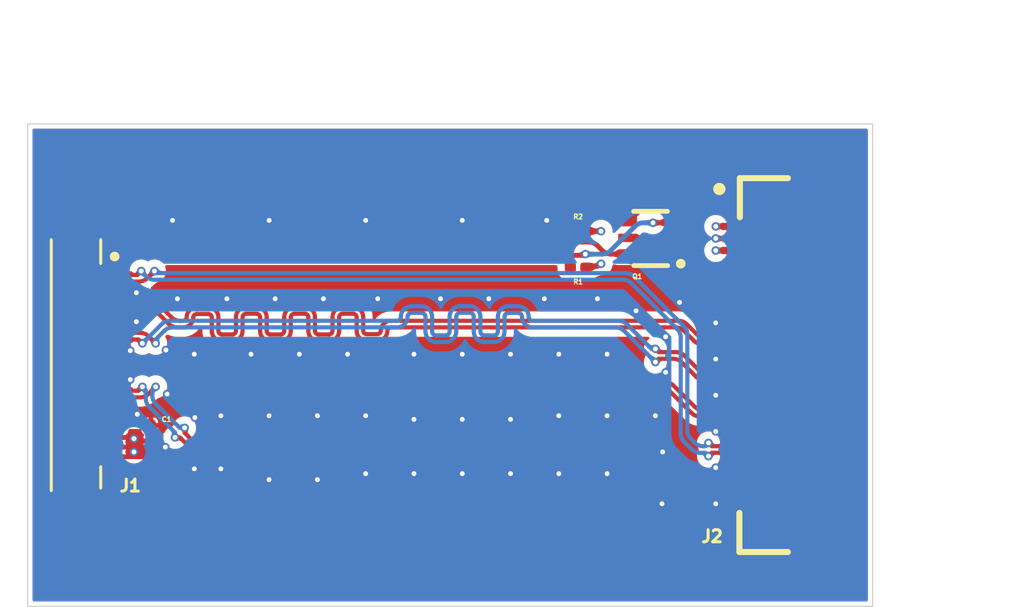
<source format=kicad_pcb>
(kicad_pcb (version 20241229) (generator "pcbnew") (generator_version "9.0")
  (title_block (title "HDZero Camera to Sipeed Board MIPI adapter") (date "2025-07-11") (company "Sigma Logic"))
  (layers (0 "F.Cu" signal) (4 "In1.Cu" signal) (6 "In2.Cu" signal) (2 "B.Cu" signal) (13 "F.Paste" user) (15 "B.Paste" user) (5 "F.SilkS" user "F.Silkscreen") (7 "B.SilkS" user "B.Silkscreen") (1 "F.Mask" user) (3 "B.Mask" user) (25 "Edge.Cuts" user))
  (net 0 "")
  (net 1 "+3V3")
  (net 2 "GND")
  (net 3 "/MIPI_D2-")
  (net 4 "/MIPI_D3-")
  (net 5 "/MIPI_D1-")
  (net 6 "/MIPI_D3+")
  (net 7 "/MIPI_D0-")
  (net 8 "/MIPI_D2+")
  (net 9 "/MIPI_D1+")
  (net 10 "/SDA_3V3")
  (net 11 "/SCL_3V3")
  (net 12 "/MIPI_CK+")
  (net 13 "/MIPI_D0+")
  (net 14 "/MIPI_CK-")
  (net 15 "/PROG")
  (net 18 "/SDA_1V8")
  (net 19 "+1V8")
  (net 20 "/SCL_1V8")
  (footprint "EasyEDA:FPC-SMD_24P-P0.50_FPC-05FB-24PH20" (layer "F.Cu") (at 111 70 90)
    (property "Reference" "J2")
    (property "Value" "FPC-05FB-24PH20")
  )
  (footprint "EasyEDA:SC-70-6_L2.2-W1.3-P0.65-LS2.1-TL" (layer "F.Cu") (at 105.8 64.725 180)
    (property "Reference" "Q1")
    (property "Value" "BSS138DW-7-F")
  )
  (footprint "Resistor_SMD:R_0201_0603Metric" (layer "F.Cu") (at 102.8 64.45)
    (property "Reference" "R2")
    (property "Value" "5k1")
  )
  (footprint "Resistor_SMD:R_0201_0603Metric" (layer "F.Cu") (at 102.8 65.95)
    (property "Reference" "R1")
    (property "Value" "5k1")
  )
  (footprint "Capacitor_SMD:C_0201_0603Metric" (layer "F.Cu") (at 85.1 72.82 90)
    (property "Reference" "C1")
    (property "Value" "1u")
  )
  (footprint "Snapeda:20374-R20E-31_I-PEX_20374-R20E-31" (layer "F.Cu") (at 82 70 -90)
    (property "Reference" "J1")
    (property "Value" "20374-R20E-31")
  )
  (gr_rect (start 80 60) (end 115 80) (stroke (width 0.05)) (fill no) (layer "Edge.Cuts"))
  (segment (start 109.38 64.25) (end 108.5 64.25) (width 0.2) (layer "F.Cu") (net 1))
  (segment (start 109.38 65.25) (end 108.5 65.25) (width 0.2) (layer "F.Cu") (net 1))
  (segment (start 103.75 65.75) (end 103.6 65.9) (width 0.2) (layer "F.Cu") (net 1))
  (segment (start 103.6 65.9) (end 103.17 65.9) (width 0.2) (layer "F.Cu") (net 1))
  (segment (start 103.12 64.45) (end 103.75 64.45) (width 0.2) (layer "F.Cu") (net 1))
  (segment (start 103.17 65.9) (end 103.12 65.95) (width 0.2) (layer "F.Cu") (net 1))
  (via (at 84.4 73.6) (size 0.35) (drill 0.2) (layers "F.Cu" "B.Cu") (net 1))
  (via (at 103.75 65.8) (size 0.35) (drill 0.2) (layers "F.Cu" "B.Cu") (net 1))
  (via (at 103.75 64.45) (size 0.35) (drill 0.2) (layers "F.Cu" "B.Cu") (net 1))
  (via (at 108.5 65.25) (size 0.35) (drill 0.2) (layers "F.Cu" "B.Cu") (net 1))
  (via (at 108.5 64.25) (size 0.35) (drill 0.2) (layers "F.Cu" "B.Cu") (net 1))
  (via (at 84.4 73.05) (size 0.35) (drill 0.2) (layers "F.Cu" "B.Cu") (net 1))
  (segment (start 83.37 68.2) (end 84.5 68.2) (width 0.2) (layer "F.Cu") (net 2))
  (segment (start 109.38 72.75) (end 108.5 72.75) (width 0.2) (layer "F.Cu") (net 2))
  (segment (start 109.38 68.25) (end 108.5 68.25) (width 0.2) (layer "F.Cu") (net 2))
  (segment (start 83.37 69.4) (end 84.25 69.4) (width 0.2) (layer "F.Cu") (net 2))
  (segment (start 109.38 74.25) (end 108.5 74.25) (width 0.2) (layer "F.Cu") (net 2))
  (segment (start 83.37 70.6) (end 84.25 70.6) (width 0.2) (layer "F.Cu") (net 2))
  (segment (start 109.38 71.25) (end 108.5 71.25) (width 0.2) (layer "F.Cu") (net 2))
  (segment (start 83.37 67) (end 84.5 67) (width 0.2) (layer "F.Cu") (net 2))
  (segment (start 109.38 69.75) (end 108.5 69.75) (width 0.2) (layer "F.Cu") (net 2))
  (segment (start 109.38 75.75) (end 108.5 75.75) (width 0.2) (layer "F.Cu") (net 2))
  (segment (start 109.38 64.75) (end 108.5 64.75) (width 0.2) (layer "F.Cu") (net 2))
  (via (at 100 72.25) (size 0.35) (drill 0.2) (layers "F.Cu" "B.Cu") (net 2))
  (via (at 105.2 67.75) (size 0.35) (drill 0.2) (layers "F.Cu" "B.Cu") (net 2))
  (via (at 108.5 72.75) (size 0.35) (drill 0.2) (layers "F.Cu" "B.Cu") (net 2))
  (via (at 108.5 68.25) (size 0.35) (drill 0.2) (layers "F.Cu" "B.Cu") (net 2))
  (via (at 85.7 73.4) (size 0.35) (drill 0.2) (layers "F.Cu" "B.Cu") (net 2))
  (via (at 90 74.75) (size 0.35) (drill 0.2) (layers "F.Cu" "B.Cu") (net 2))
  (via (at 98 69.55) (size 0.35) (drill 0.2) (layers "F.Cu" "B.Cu") (net 2))
  (via (at 104 74.5) (size 0.35) (drill 0.2) (layers "F.Cu" "B.Cu") (net 2))
  (via (at 90 72.1) (size 0.35) (drill 0.2) (layers "F.Cu" "B.Cu") (net 2))
  (via (at 90 64) (size 0.35) (drill 0.2) (layers "F.Cu" "B.Cu") (net 2))
  (via (at 108.5 75.75) (size 0.35) (drill 0.2) (layers "F.Cu" "B.Cu") (net 2))
  (via (at 94.5 67.25) (size 0.35) (drill 0.2) (layers "F.Cu" "B.Cu") (net 2))
  (via (at 106.425 68.825) (size 0.35) (drill 0.2) (layers "F.Cu" "B.Cu") (net 2))
  (via (at 108.5 64.75) (size 0.35) (drill 0.2) (layers "F.Cu" "B.Cu") (net 2))
  (via (at 94 74.5) (size 0.35) (drill 0.2) (layers "F.Cu" "B.Cu") (net 2))
  (via (at 106 72.1) (size 0.35) (drill 0.2) (layers "F.Cu" "B.Cu") (net 2))
  (via (at 88 72.1) (size 0.35) (drill 0.2) (layers "F.Cu" "B.Cu") (net 2))
  (via (at 106.425 70.3) (size 0.35) (drill 0.2) (layers "F.Cu" "B.Cu") (net 2))
  (via (at 98 72.25) (size 0.35) (drill 0.2) (layers "F.Cu" "B.Cu") (net 2))
  (via (at 93.25 69.55) (size 0.35) (drill 0.2) (layers "F.Cu" "B.Cu") (net 2))
  (via (at 96 74.5) (size 0.35) (drill 0.2) (layers "F.Cu" "B.Cu") (net 2))
  (via (at 86 64) (size 0.35) (drill 0.2) (layers "F.Cu" "B.Cu") (net 2))
  (via (at 102 69.55) (size 0.35) (drill 0.2) (layers "F.Cu" "B.Cu") (net 2))
  (via (at 84.25 69.4) (size 0.35) (drill 0.2) (layers "F.Cu" "B.Cu") (net 2))
  (via (at 92 74.75) (size 0.35) (drill 0.2) (layers "F.Cu" "B.Cu") (net 2))
  (via (at 101.4 67.25) (size 0.35) (drill 0.2) (layers "F.Cu" "B.Cu") (net 2))
  (via (at 85.775 71.2) (size 0.35) (drill 0.2) (layers "F.Cu" "B.Cu") (net 2))
  (via (at 107 67.4) (size 0.35) (drill 0.2) (layers "F.Cu" "B.Cu") (net 2))
  (via (at 98 64) (size 0.35) (drill 0.2) (layers "F.Cu" "B.Cu") (net 2))
  (via (at 99.1 67.25) (size 0.35) (drill 0.2) (layers "F.Cu" "B.Cu") (net 2))
  (via (at 103.6 67.25) (size 0.35) (drill 0.2) (layers "F.Cu" "B.Cu") (net 2))
  (via (at 84.5 67) (size 0.35) (drill 0.2) (layers "F.Cu" "B.Cu") (net 2))
  (via (at 88.25 67.25) (size 0.35) (drill 0.2) (layers "F.Cu" "B.Cu") (net 2))
  (via (at 91.25 69.55) (size 0.35) (drill 0.2) (layers "F.Cu" "B.Cu") (net 2))
  (via (at 108.5 71.25) (size 0.35) (drill 0.2) (layers "F.Cu" "B.Cu") (net 2))
  (via (at 101.5 64) (size 0.35) (drill 0.2) (layers "F.Cu" "B.Cu") (net 2))
  (via (at 98 74.5) (size 0.35) (drill 0.2) (layers "F.Cu" "B.Cu") (net 2))
  (via (at 84.54 72.04) (size 0.35) (drill 0.2) (layers "F.Cu" "B.Cu") (net 2))
  (via (at 86.9 74.3) (size 0.35) (drill 0.2) (layers "F.Cu" "B.Cu") (net 2))
  (via (at 106.275 75.75) (size 0.35) (drill 0.2) (layers "F.Cu" "B.Cu") (net 2))
  (via (at 92.25 67.25) (size 0.35) (drill 0.2) (layers "F.Cu" "B.Cu") (net 2))
  (via (at 86.925 72.175) (size 0.35) (drill 0.2) (layers "F.Cu" "B.Cu") (net 2))
  (via (at 89.25 69.55) (size 0.35) (drill 0.2) (layers "F.Cu" "B.Cu") (net 2))
  (via (at 97.1 67.25) (size 0.35) (drill 0.2) (layers "F.Cu" "B.Cu") (net 2))
  (via (at 104 72.1) (size 0.35) (drill 0.2) (layers "F.Cu" "B.Cu") (net 2))
  (via (at 86.2 67.25) (size 0.35) (drill 0.2) (layers "F.Cu" "B.Cu") (net 2))
  (via (at 84.25 70.6) (size 0.35) (drill 0.2) (layers "F.Cu" "B.Cu") (net 2))
  (via (at 94 72.1) (size 0.35) (drill 0.2) (layers "F.Cu" "B.Cu") (net 2))
  (via (at 96 69.55) (size 0.35) (drill 0.2) (layers "F.Cu" "B.Cu") (net 2))
  (via (at 102 72.1) (size 0.35) (drill 0.2) (layers "F.Cu" "B.Cu") (net 2))
  (via (at 108.5 74.25) (size 0.35) (drill 0.2) (layers "F.Cu" "B.Cu") (net 2))
  (via (at 85.725 69.375) (size 0.35) (drill 0.2) (layers "F.Cu" "B.Cu") (net 2))
  (via (at 100 69.55) (size 0.35) (drill 0.2) (layers "F.Cu" "B.Cu") (net 2))
  (via (at 100 74.5) (size 0.35) (drill 0.2) (layers "F.Cu" "B.Cu") (net 2))
  (via (at 102 74.5) (size 0.35) (drill 0.2) (layers "F.Cu" "B.Cu") (net 2))
  (via (at 104 69.55) (size 0.35) (drill 0.2) (layers "F.Cu" "B.Cu") (net 2))
  (via (at 90.25 67.25) (size 0.35) (drill 0.2) (layers "F.Cu" "B.Cu") (net 2))
  (via (at 88 74.3) (size 0.35) (drill 0.2) (layers "F.Cu" "B.Cu") (net 2))
  (via (at 108.5 69.75) (size 0.35) (drill 0.2) (layers "F.Cu" "B.Cu") (net 2))
  (via (at 84.5 68.2) (size 0.35) (drill 0.2) (layers "F.Cu" "B.Cu") (net 2))
  (via (at 86.9 69.55) (size 0.35) (drill 0.2) (layers "F.Cu" "B.Cu") (net 2))
  (via (at 94 64) (size 0.35) (drill 0.2) (layers "F.Cu" "B.Cu") (net 2))
  (via (at 96 72.25) (size 0.35) (drill 0.2) (layers "F.Cu" "B.Cu") (net 2))
  (via (at 106.3 73.6) (size 0.35) (drill 0.2) (layers "F.Cu" "B.Cu") (net 2))
  (via (at 92 72.1) (size 0.35) (drill 0.2) (layers "F.Cu" "B.Cu") (net 2))
  (segment (start 84.270001 68.6) (end 84.332951 68.66295) (width 0.1725) (layer "F.Cu") (net 3))
  (segment (start 83.37 68.6) (end 84.270001 68.6) (width 0.1725) (layer "F.Cu") (net 3))
  (segment (start 84.332951 68.66295) (end 84.655843 68.66295) (width 0.1725) (layer "F.Cu") (net 3))
  (segment (start 107.696785 70.490603) (end 107.089678 69.883496) (width 0.1725) (layer "F.Cu") (net 3))
  (segment (start 85.009397 68.809397) (end 85.3 69.1) (width 0.1725) (layer "F.Cu") (net 3))
  (segment (start 108.367049 70.63705) (end 108.050339 70.63705) (width 0.1725) (layer "F.Cu") (net 3))
  (segment (start 106.736125 69.73705) (end 106.13795 69.73705) (width 0.1725) (layer "F.Cu") (net 3))
  (segment (start 106.13795 69.73705) (end 106 69.875) (width 0.1725) (layer "F.Cu") (net 3))
  (segment (start 109.38 70.75) (end 108.479999 70.75) (width 0.1725) (layer "F.Cu") (net 3))
  (segment (start 108.479999 70.75) (end 108.367049 70.63705) (width 0.1725) (layer "F.Cu") (net 3))
  (via (at 106 69.875) (size 0.35) (drill 0.2) (layers "F.Cu" "B.Cu") (net 3))
  (via (at 85.3 69.1) (size 0.35) (drill 0.2) (layers "F.Cu" "B.Cu") (net 3))
  (arc (start 107.696785 70.490603) (mid 107.858997 70.59899) (end 108.050339 70.63705) (width 0.1725) (layer "F.Cu") (net 3))
  (arc (start 85.009397 68.809397) (mid 84.847185 68.70101) (end 84.655843 68.66295) (width 0.1725) (layer "F.Cu") (net 3))
  (arc (start 106.736125 69.73705) (mid 106.927466 69.77511) (end 107.089678 69.883496) (width 0.1725) (layer "F.Cu") (net 3))
  (segment (start 95.295288 68.43705) (end 86.007693 68.43705) (width 0.1725) (layer "B.Cu") (net 3))
  (segment (start 100.91495 68.43705) (end 101.295288 68.43705) (width 0.1725) (layer "B.Cu") (net 3))
  (segment (start 95.897174 67.835164) (end 96.31312 67.835164) (width 0.1725) (layer "B.Cu") (net 3))
  (segment (start 96.476513 68.43705) (end 96.476513 68.602855) (width 0.1725) (layer "B.Cu") (net 3))
  (segment (start 98.476513 67.996145) (end 98.476513 68.16195) (width 0.1725) (layer "B.Cu") (net 3))
  (segment (start 99.91495 67.835276) (end 100.313176 67.835276) (width 0.1725) (layer "B.Cu") (net 3))
  (segment (start 99.751613 68.136163) (end 99.751613 67.998613) (width 0.1725) (layer "B.Cu") (net 3))
  (segment (start 85.3 68.937636) (end 85.3 69.1) (width 0.1725) (layer "B.Cu") (net 3))
  (segment (start 85.654139 68.583497) (end 85.3 68.937636) (width 0.1725) (layer "B.Cu") (net 3))
  (segment (start 96.476513 68.16195) (end 96.476513 68.43705) (width 0.1725) (layer "B.Cu") (net 3))
  (segment (start 104.708497 68.583497) (end 106 69.875) (width 0.1725) (layer "B.Cu") (net 3))
  (segment (start 101.295288 68.43705) (end 102.31 68.43705) (width 0.1725) (layer "B.Cu") (net 3))
  (segment (start 97.751613 68.43705) (end 97.751613 68.16195) (width 0.1725) (layer "B.Cu") (net 3))
  (segment (start 99.751613 68.43705) (end 99.751613 68.136163) (width 0.1725) (layer "B.Cu") (net 3))
  (segment (start 96.476513 67.998557) (end 96.476513 68.16195) (width 0.1725) (layer "B.Cu") (net 3))
  (segment (start 105.985952 69.875) (end 106 69.875) (width 0.1725) (layer "B.Cu") (net 3))
  (segment (start 98.476513 68.16195) (end 98.476513 68.43705) (width 0.1725) (layer "B.Cu") (net 3))
  (segment (start 96.917418 69.04376) (end 97.310708 69.04376) (width 0.1725) (layer "B.Cu") (net 3))
  (segment (start 99.751613 68.602849) (end 99.751613 68.43705) (width 0.1725) (layer "B.Cu") (net 3))
  (segment (start 97.917418 67.83034) (end 98.310708 67.83034) (width 0.1725) (layer "B.Cu") (net 3))
  (segment (start 98.917412 69.043748) (end 99.310714 69.043748) (width 0.1725) (layer "B.Cu") (net 3))
  (segment (start 98.476513 68.43705) (end 98.476513 68.602849) (width 0.1725) (layer "B.Cu") (net 3))
  (segment (start 97.751613 68.16195) (end 97.751613 67.996145) (width 0.1725) (layer "B.Cu") (net 3))
  (segment (start 102.31 68.43705) (end 104.354943 68.43705) (width 0.1725) (layer "B.Cu") (net 3))
  (segment (start 97.751613 68.602855) (end 97.751613 68.43705) (width 0.1725) (layer "B.Cu") (net 3))
  (arc (start 95.295288 68.43705) (mid 95.605349 68.308618) (end 95.733781 67.998557) (width 0.1725) (layer "B.Cu") (net 3))
  (arc (start 99.751613 67.998613) (mid 99.799453 67.883116) (end 99.91495 67.835276) (width 0.1725) (layer "B.Cu") (net 3))
  (arc (start 99.310714 69.043748) (mid 99.622477 68.914612) (end 99.751613 68.602849) (width 0.1725) (layer "B.Cu") (net 3))
  (arc (start 86.007693 68.43705) (mid 85.816351 68.47511) (end 85.654139 68.583497) (width 0.1725) (layer "B.Cu") (net 3))
  (arc (start 100.476513 67.998613) (mid 100.604928 68.308635) (end 100.91495 68.43705) (width 0.1725) (layer "B.Cu") (net 3))
  (arc (start 96.476513 68.602855) (mid 96.605651 68.914622) (end 96.917418 69.04376) (width 0.1725) (layer "B.Cu") (net 3))
  (arc (start 97.751613 67.996145) (mid 97.800176 67.878903) (end 97.917418 67.83034) (width 0.1725) (layer "B.Cu") (net 3))
  (arc (start 95.733781 67.998557) (mid 95.781638 67.883021) (end 95.897174 67.835164) (width 0.1725) (layer "B.Cu") (net 3))
  (arc (start 100.313176 67.835276) (mid 100.428673 67.883116) (end 100.476513 67.998613) (width 0.1725) (layer "B.Cu") (net 3))
  (arc (start 96.31312 67.835164) (mid 96.428656 67.883021) (end 96.476513 67.998557) (width 0.1725) (layer "B.Cu") (net 3))
  (arc (start 98.476513 68.602849) (mid 98.605649 68.914612) (end 98.917412 69.043748) (width 0.1725) (layer "B.Cu") (net 3))
  (arc (start 104.354943 68.43705) (mid 104.546285 68.47511) (end 104.708497 68.583497) (width 0.1725) (layer "B.Cu") (net 3))
  (arc (start 97.310708 69.04376) (mid 97.622475 68.914622) (end 97.751613 68.602855) (width 0.1725) (layer "B.Cu") (net 3))
  (arc (start 98.310708 67.83034) (mid 98.42795 67.878903) (end 98.476513 67.996145) (width 0.1725) (layer "B.Cu") (net 3))
  (segment (start 84.332951 67.73705) (end 85.079357 67.73705) (width 0.1725) (layer "F.Cu") (net 4))
  (segment (start 91.625046 68.43705) (end 91.625046 68.582769) (width 0.1725) (layer "F.Cu") (net 4))
  (segment (start 98.137033 68.43705) (end 99.887033 68.43705) (width 0.1725) (layer "F.Cu") (net 4))
  (segment (start 90.044865 69.002588) (end 90.479327 69.002588) (width 0.1725) (layer "F.Cu") (net 4))
  (segment (start 86.312474 68.43705) (end 86.443571 68.43705) (width 0.1725) (layer "F.Cu") (net 4))
  (segment (start 90.899146 68.582769) (end 90.899146 68.43705) (width 0.1725) (layer "F.Cu") (net 4))
  (segment (start 90.899146 68.16295) (end 90.899146 68.017243) (width 0.1725) (layer "F.Cu") (net 4))
  (segment (start 88.899146 68.16295) (end 88.899146 68.017231) (width 0.1725) (layer "F.Cu") (net 4))
  (segment (start 91.625046 68.017243) (end 91.625046 68.16295) (width 0.1725) (layer "F.Cu") (net 4))
  (segment (start 86.997763 67.882858) (end 87.485 67.882858) (width 0.1725) (layer "F.Cu") (net 4))
  (segment (start 86.193571 68.43705) (end 86.312474 68.43705) (width 0.1725) (layer "F.Cu") (net 4))
  (segment (start 91.044853 67.871536) (end 91.479339 67.871536) (width 0.1725) (layer "F.Cu") (net 4))
  (segment (start 93.625046 68.440057) (end 93.625046 68.577107) (width 0.1725) (layer "F.Cu") (net 4))
  (segment (start 89.044865 67.871512) (end 89.479327 67.871512) (width 0.1725) (layer "F.Cu") (net 4))
  (segment (start 92.899146 68.582769) (end 92.899146 68.43705) (width 0.1725) (layer "F.Cu") (net 4))
  (segment (start 93.625046 68.017243) (end 93.625046 68.16295) (width 0.1725) (layer "F.Cu") (net 4))
  (segment (start 89.625046 68.16295) (end 89.625046 68.43705) (width 0.1725) (layer "F.Cu") (net 4))
  (segment (start 93.625046 68.16295) (end 93.625046 68.440057) (width 0.1725) (layer "F.Cu") (net 4))
  (segment (start 88.899146 68.582769) (end 88.899146 68.43705) (width 0.1725) (layer "F.Cu") (net 4))
  (segment (start 84.270001 67.8) (end 84.332951 67.73705) (width 0.1725) (layer "F.Cu") (net 4))
  (segment (start 87.625046 68.43705) (end 87.625046 68.582769) (width 0.1725) (layer "F.Cu") (net 4))
  (segment (start 88.899146 68.43705) (end 88.899146 68.16295) (width 0.1725) (layer "F.Cu") (net 4))
  (segment (start 88.044865 69.002588) (end 88.479327 69.002588) (width 0.1725) (layer "F.Cu") (net 4))
  (segment (start 87.625046 68.022904) (end 87.625046 68.16295) (width 0.1725) (layer "F.Cu") (net 4))
  (segment (start 107.950339 69.13705) (end 108.367049 69.13705) (width 0.1725) (layer "F.Cu") (net 4))
  (segment (start 95.039203 68.43705) (end 95.443571 68.43705) (width 0.1725) (layer "F.Cu") (net 4))
  (segment (start 83.37 67.8) (end 84.270001 67.8) (width 0.1725) (layer "F.Cu") (net 4))
  (segment (start 107.189679 68.583497) (end 107.596786 68.990604) (width 0.1725) (layer "F.Cu") (net 4))
  (segment (start 99.887033 68.43705) (end 106.836125 68.43705) (width 0.1725) (layer "F.Cu") (net 4))
  (segment (start 91.625046 68.16295) (end 91.625046 68.43705) (width 0.1725) (layer "F.Cu") (net 4))
  (segment (start 95.443571 68.43705) (end 98.137033 68.43705) (width 0.1725) (layer "F.Cu") (net 4))
  (segment (start 89.625046 68.43705) (end 89.625046 68.582769) (width 0.1725) (layer "F.Cu") (net 4))
  (segment (start 87.625046 68.16295) (end 87.625046 68.43705) (width 0.1725) (layer "F.Cu") (net 4))
  (segment (start 92.899146 68.43705) (end 92.899146 68.16295) (width 0.1725) (layer "F.Cu") (net 4))
  (segment (start 93.044853 67.871536) (end 93.479339 67.871536) (width 0.1725) (layer "F.Cu") (net 4))
  (segment (start 92.044865 69.002588) (end 92.479327 69.002588) (width 0.1725) (layer "F.Cu") (net 4))
  (segment (start 90.899146 68.43705) (end 90.899146 68.16295) (width 0.1725) (layer "F.Cu") (net 4))
  (segment (start 108.367049 69.13705) (end 108.479999 69.25) (width 0.1725) (layer "F.Cu") (net 4))
  (segment (start 108.479999 69.25) (end 109.38 69.25) (width 0.1725) (layer "F.Cu") (net 4))
  (segment (start 94.039203 68.991264) (end 94.484989 68.991264) (width 0.1725) (layer "F.Cu") (net 4))
  (segment (start 89.625046 68.017231) (end 89.625046 68.16295) (width 0.1725) (layer "F.Cu") (net 4))
  (segment (start 85.432911 67.883497) (end 85.840018 68.290604) (width 0.1725) (layer "F.Cu") (net 4))
  (segment (start 92.899146 68.16295) (end 92.899146 68.017243) (width 0.1725) (layer "F.Cu") (net 4))
  (arc (start 94.484989 68.991264) (mid 94.777842 68.86996) (end 94.899146 68.577107) (width 0.1725) (layer "F.Cu") (net 4))
  (arc (start 87.485 67.882858) (mid 87.584027 67.923877) (end 87.625046 68.022904) (width 0.1725) (layer "F.Cu") (net 4))
  (arc (start 91.479339 67.871536) (mid 91.582369 67.914213) (end 91.625046 68.017243) (width 0.1725) (layer "F.Cu") (net 4))
  (arc (start 106.836125 68.43705) (mid 107.027467 68.47511) (end 107.189679 68.583497) (width 0.1725) (layer "F.Cu") (net 4))
  (arc (start 89.625046 68.582769) (mid 89.748008 68.879626) (end 90.044865 69.002588) (width 0.1725) (layer "F.Cu") (net 4))
  (arc (start 85.079357 67.73705) (mid 85.270699 67.77511) (end 85.432911 67.883497) (width 0.1725) (layer "F.Cu") (net 4))
  (arc (start 90.899146 68.017243) (mid 90.941823 67.914213) (end 91.044853 67.871536) (width 0.1725) (layer "F.Cu") (net 4))
  (arc (start 86.443571 68.43705) (mid 86.736416 68.315749) (end 86.857717 68.022904) (width 0.1725) (layer "F.Cu") (net 4))
  (arc (start 89.479327 67.871512) (mid 89.582366 67.914192) (end 89.625046 68.017231) (width 0.1725) (layer "F.Cu") (net 4))
  (arc (start 87.625046 68.582769) (mid 87.748008 68.879626) (end 88.044865 69.002588) (width 0.1725) (layer "F.Cu") (net 4))
  (arc (start 88.479327 69.002588) (mid 88.776184 68.879626) (end 88.899146 68.582769) (width 0.1725) (layer "F.Cu") (net 4))
  (arc (start 88.899146 68.017231) (mid 88.941826 67.914192) (end 89.044865 67.871512) (width 0.1725) (layer "F.Cu") (net 4))
  (arc (start 85.840018 68.290604) (mid 86.00223 68.39899) (end 86.193571 68.43705) (width 0.1725) (layer "F.Cu") (net 4))
  (arc (start 107.596786 68.990604) (mid 107.758998 69.09899) (end 107.950339 69.13705) (width 0.1725) (layer "F.Cu") (net 4))
  (arc (start 94.899146 68.577107) (mid 94.940168 68.478072) (end 95.039203 68.43705) (width 0.1725) (layer "F.Cu") (net 4))
  (arc (start 86.857717 68.022904) (mid 86.898736 67.923877) (end 86.997763 67.882858) (width 0.1725) (layer "F.Cu") (net 4))
  (arc (start 92.899146 68.017243) (mid 92.941823 67.914213) (end 93.044853 67.871536) (width 0.1725) (layer "F.Cu") (net 4))
  (arc (start 93.479339 67.871536) (mid 93.582369 67.914213) (end 93.625046 68.017243) (width 0.1725) (layer "F.Cu") (net 4))
  (arc (start 92.479327 69.002588) (mid 92.776184 68.879626) (end 92.899146 68.582769) (width 0.1725) (layer "F.Cu") (net 4))
  (arc (start 91.625046 68.582769) (mid 91.748008 68.879626) (end 92.044865 69.002588) (width 0.1725) (layer "F.Cu") (net 4))
  (arc (start 93.625046 68.577107) (mid 93.74635 68.86996) (end 94.039203 68.991264) (width 0.1725) (layer "F.Cu") (net 4))
  (arc (start 90.479327 69.002588) (mid 90.776184 68.879626) (end 90.899146 68.582769) (width 0.1725) (layer "F.Cu") (net 4))
  (segment (start 90.659282 73.43705) (end 90.659282 73.16295) (width 0.1725) (layer "F.Cu") (net 5))
  (segment (start 89.385182 72.987346) (end 89.385182 73.16295) (width 0.1725) (layer "F.Cu") (net 5))
  (segment (start 93.203707 73.43705) (end 93.7 73.43705) (width 0.1725) (layer "F.Cu") (net 5))
  (segment (start 84.270001 71) (end 84.332951 71.06295) (width 0.1725) (layer "F.Cu") (net 5))
  (segment (start 91.385182 72.986532) (end 91.385182 73.16295) (width 0.1725) (layer "F.Cu") (net 5))
  (segment (start 90.8357 72.810114) (end 91.208764 72.810114) (width 0.1725) (layer "F.Cu") (net 5))
  (segment (start 93.7 73.43705) (end 97.23 73.43705) (width 0.1725) (layer "F.Cu") (net 5))
  (segment (start 86.596785 73.290603) (end 86.306182 73) (width 0.1725) (layer "F.Cu") (net 5))
  (segment (start 89.385182 73.43705) (end 89.385182 73.613457) (width 0.1725) (layer "F.Cu") (net 5))
  (segment (start 89.385182 73.16295) (end 89.385182 73.43705) (width 0.1725) (layer "F.Cu") (net 5))
  (segment (start 92.834944 73.43705) (end 93.203707 73.43705) (width 0.1725) (layer "F.Cu") (net 5))
  (segment (start 108.479999 75.25) (end 109.38 75.25) (width 0.1725) (layer "F.Cu") (net 5))
  (segment (start 97.23 73.43705) (end 104.036125 73.43705) (width 0.1725) (layer "F.Cu") (net 5))
  (segment (start 106.150339 75.13705) (end 108.367049 75.13705) (width 0.1725) (layer "F.Cu") (net 5))
  (segment (start 89.835688 74.063963) (end 90.208776 74.063963) (width 0.1725) (layer "F.Cu") (net 5))
  (segment (start 88.203707 73.43705) (end 86.950339 73.43705) (width 0.1725) (layer "F.Cu") (net 5))
  (segment (start 91.834944 74.062474) (end 92.20952 74.062474) (width 0.1725) (layer "F.Cu") (net 5))
  (segment (start 90.659282 73.613457) (end 90.659282 73.43705) (width 0.1725) (layer "F.Cu") (net 5))
  (segment (start 108.367049 75.13705) (end 108.479999 75.25) (width 0.1725) (layer "F.Cu") (net 5))
  (segment (start 84.58705 71.06295) (end 84.75 70.9) (width 0.1725) (layer "F.Cu") (net 5))
  (segment (start 90.659282 73.16295) (end 90.659282 72.986532) (width 0.1725) (layer "F.Cu") (net 5))
  (segment (start 88.829015 72.811742) (end 89.209578 72.811742) (width 0.1725) (layer "F.Cu") (net 5))
  (segment (start 83.37 71) (end 84.270001 71) (width 0.1725) (layer "F.Cu") (net 5))
  (segment (start 86.306182 73) (end 86.1 73) (width 0.1725) (layer "F.Cu") (net 5))
  (segment (start 91.385182 73.16295) (end 91.385182 73.475662) (width 0.1725) (layer "F.Cu") (net 5))
  (segment (start 91.385182 73.475662) (end 91.385182 73.612712) (width 0.1725) (layer "F.Cu") (net 5))
  (segment (start 104.389678 73.583496) (end 105.796785 74.990603) (width 0.1725) (layer "F.Cu") (net 5))
  (segment (start 84.332951 71.06295) (end 84.58705 71.06295) (width 0.1725) (layer "F.Cu") (net 5))
  (via (at 84.75 70.9) (size 0.35) (drill 0.2) (layers "F.Cu" "B.Cu") (net 5))
  (via (at 86.1 73) (size 0.35) (drill 0.2) (layers "F.Cu" "B.Cu") (net 5))
  (arc (start 88.653411 72.987346) (mid 88.704844 72.863175) (end 88.829015 72.811742) (width 0.1725) (layer "F.Cu") (net 5))
  (arc (start 88.203707 73.43705) (mid 88.521696 73.305335) (end 88.653411 72.987346) (width 0.1725) (layer "F.Cu") (net 5))
  (arc (start 90.659282 72.986532) (mid 90.710954 72.861786) (end 90.8357 72.810114) (width 0.1725) (layer "F.Cu") (net 5))
  (arc (start 86.596785 73.290603) (mid 86.758997 73.39899) (end 86.950339 73.43705) (width 0.1725) (layer "F.Cu") (net 5))
  (arc (start 89.209578 72.811742) (mid 89.333749 72.863175) (end 89.385182 72.987346) (width 0.1725) (layer "F.Cu") (net 5))
  (arc (start 90.208776 74.063963) (mid 90.527332 73.932013) (end 90.659282 73.613457) (width 0.1725) (layer "F.Cu") (net 5))
  (arc (start 104.036125 73.43705) (mid 104.227466 73.47511) (end 104.389678 73.583496) (width 0.1725) (layer "F.Cu") (net 5))
  (arc (start 92.20952 74.062474) (mid 92.52755 73.930742) (end 92.659282 73.612712) (width 0.1725) (layer "F.Cu") (net 5))
  (arc (start 105.796785 74.990603) (mid 105.958997 75.09899) (end 106.150339 75.13705) (width 0.1725) (layer "F.Cu") (net 5))
  (arc (start 92.659282 73.612712) (mid 92.710732 73.4885) (end 92.834944 73.43705) (width 0.1725) (layer "F.Cu") (net 5))
  (arc (start 89.385182 73.613457) (mid 89.517132 73.932013) (end 89.835688 74.063963) (width 0.1725) (layer "F.Cu") (net 5))
  (arc (start 91.208764 72.810114) (mid 91.33351 72.861786) (end 91.385182 72.986532) (width 0.1725) (layer "F.Cu") (net 5))
  (arc (start 91.385182 73.612712) (mid 91.516914 73.930742) (end 91.834944 74.062474) (width 0.1725) (layer "F.Cu") (net 5))
  (segment (start 84.88795 71.374661) (end 84.88795 71.03795) (width 0.1725) (layer "B.Cu") (net 5))
  (segment (start 84.88795 71.03795) (end 84.75 70.9) (width 0.1725) (layer "B.Cu") (net 5))
  (segment (start 86.1 72.793818) (end 85.034396 71.728214) (width 0.1725) (layer "B.Cu") (net 5))
  (segment (start 86.1 73) (end 86.1 72.793818) (width 0.1725) (layer "B.Cu") (net 5))
  (arc (start 85.034396 71.728214) (mid 84.92601 71.566002) (end 84.88795 71.374661) (width 0.1725) (layer "B.Cu") (net 5))
  (segment (start 92.044865 68.728488) (end 92.479327 68.728488) (width 0.1725) (layer "F.Cu") (net 6))
  (segment (start 86.997763 67.608758) (end 87.485 67.608758) (width 0.1725) (layer "F.Cu") (net 6))
  (segment (start 90.044865 68.728488) (end 90.479327 68.728488) (width 0.1725) (layer "F.Cu") (net 6))
  (segment (start 91.044853 67.597436) (end 91.479339 67.597436) (width 0.1725) (layer "F.Cu") (net 6))
  (segment (start 83.37 67.4) (end 84.270001 67.4) (width 0.1725) (layer "F.Cu") (net 6))
  (segment (start 93.899146 68.017243) (end 93.899146 68.16295) (width 0.1725) (layer "F.Cu") (net 6))
  (segment (start 92.625046 68.16295) (end 92.625046 68.017243) (width 0.1725) (layer "F.Cu") (net 6))
  (segment (start 88.044865 68.728488) (end 88.479327 68.728488) (width 0.1725) (layer "F.Cu") (net 6))
  (segment (start 86.312474 68.16295) (end 86.443571 68.16295) (width 0.1725) (layer "F.Cu") (net 6))
  (segment (start 108.063875 68.86295) (end 108.367049 68.86295) (width 0.1725) (layer "F.Cu") (net 6))
  (segment (start 107.303215 68.309397) (end 107.710322 68.716504) (width 0.1725) (layer "F.Cu") (net 6))
  (segment (start 108.367049 68.86295) (end 108.479999 68.75) (width 0.1725) (layer "F.Cu") (net 6))
  (segment (start 88.625046 68.582769) (end 88.625046 68.43705) (width 0.1725) (layer "F.Cu") (net 6))
  (segment (start 90.625046 68.16295) (end 90.625046 68.017243) (width 0.1725) (layer "F.Cu") (net 6))
  (segment (start 91.899146 68.43705) (end 91.899146 68.582769) (width 0.1725) (layer "F.Cu") (net 6))
  (segment (start 91.899146 68.16295) (end 91.899146 68.43705) (width 0.1725) (layer "F.Cu") (net 6))
  (segment (start 84.332951 67.46295) (end 85.192893 67.46295) (width 0.1725) (layer "F.Cu") (net 6))
  (segment (start 95.443571 68.16295) (end 98.137033 68.16295) (width 0.1725) (layer "F.Cu") (net 6))
  (segment (start 92.625046 68.582769) (end 92.625046 68.43705) (width 0.1725) (layer "F.Cu") (net 6))
  (segment (start 85.546447 67.609397) (end 85.953554 68.016504) (width 0.1725) (layer "F.Cu") (net 6))
  (segment (start 84.270001 67.4) (end 84.332951 67.46295) (width 0.1725) (layer "F.Cu") (net 6))
  (segment (start 89.044865 67.597412) (end 89.479327 67.597412) (width 0.1725) (layer "F.Cu") (net 6))
  (segment (start 92.625046 68.43705) (end 92.625046 68.16295) (width 0.1725) (layer "F.Cu") (net 6))
  (segment (start 90.625046 68.582769) (end 90.625046 68.43705) (width 0.1725) (layer "F.Cu") (net 6))
  (segment (start 90.625046 68.43705) (end 90.625046 68.16295) (width 0.1725) (layer "F.Cu") (net 6))
  (segment (start 94.039203 68.717164) (end 94.484989 68.717164) (width 0.1725) (layer "F.Cu") (net 6))
  (segment (start 87.899146 68.022904) (end 87.899146 68.16295) (width 0.1725) (layer "F.Cu") (net 6))
  (segment (start 93.044853 67.597436) (end 93.479339 67.597436) (width 0.1725) (layer "F.Cu") (net 6))
  (segment (start 88.625046 68.16295) (end 88.625046 68.017231) (width 0.1725) (layer "F.Cu") (net 6))
  (segment (start 108.479999 68.75) (end 109.38 68.75) (width 0.1725) (layer "F.Cu") (net 6))
  (segment (start 89.899146 68.017231) (end 89.899146 68.16295) (width 0.1725) (layer "F.Cu") (net 6))
  (segment (start 87.899146 68.16295) (end 87.899146 68.43705) (width 0.1725) (layer "F.Cu") (net 6))
  (segment (start 95.039203 68.16295) (end 95.443571 68.16295) (width 0.1725) (layer "F.Cu") (net 6))
  (segment (start 91.899146 68.017243) (end 91.899146 68.16295) (width 0.1725) (layer "F.Cu") (net 6))
  (segment (start 87.899146 68.43705) (end 87.899146 68.582769) (width 0.1725) (layer "F.Cu") (net 6))
  (segment (start 86.307107 68.16295) (end 86.312474 68.16295) (width 0.1725) (layer "F.Cu") (net 6))
  (segment (start 98.137033 68.16295) (end 99.887033 68.16295) (width 0.1725) (layer "F.Cu") (net 6))
  (segment (start 89.899146 68.16295) (end 89.899146 68.43705) (width 0.1725) (layer "F.Cu") (net 6))
  (segment (start 99.887033 68.16295) (end 106.949661 68.16295) (width 0.1725) (layer "F.Cu") (net 6))
  (segment (start 93.899146 68.16295) (end 93.899146 68.440057) (width 0.1725) (layer "F.Cu") (net 6))
  (segment (start 93.899146 68.440057) (end 93.899146 68.577107) (width 0.1725) (layer "F.Cu") (net 6))
  (segment (start 88.625046 68.43705) (end 88.625046 68.16295) (width 0.1725) (layer "F.Cu") (net 6))
  (segment (start 89.899146 68.43705) (end 89.899146 68.582769) (width 0.1725) (layer "F.Cu") (net 6))
  (arc (start 86.443571 68.16295) (mid 86.542598 68.121931) (end 86.583617 68.022904) (width 0.1725) (layer "F.Cu") (net 6))
  (arc (start 86.583617 68.022904) (mid 86.704918 67.730059) (end 86.997763 67.608758) (width 0.1725) (layer "F.Cu") (net 6))
  (arc (start 92.625046 68.017243) (mid 92.748005 67.720395) (end 93.044853 67.597436) (width 0.1725) (layer "F.Cu") (net 6))
  (arc (start 89.479327 67.597412) (mid 89.776184 67.720374) (end 89.899146 68.017231) (width 0.1725) (layer "F.Cu") (net 6))
  (arc (start 93.899146 68.577107) (mid 93.940168 68.676142) (end 94.039203 68.717164) (width 0.1725) (layer "F.Cu") (net 6))
  (arc (start 106.949661 68.16295) (mid 107.141003 68.20101) (end 107.303215 68.309397) (width 0.1725) (layer "F.Cu") (net 6))
  (arc (start 89.899146 68.582769) (mid 89.941826 68.685808) (end 90.044865 68.728488) (width 0.1725) (layer "F.Cu") (net 6))
  (arc (start 94.625046 68.577107) (mid 94.74635 68.284254) (end 95.039203 68.16295) (width 0.1725) (layer "F.Cu") (net 6))
  (arc (start 107.710322 68.716504) (mid 107.872534 68.82489) (end 108.063875 68.86295) (width 0.1725) (layer "F.Cu") (net 6))
  (arc (start 85.192893 67.46295) (mid 85.384235 67.50101) (end 85.546447 67.609397) (width 0.1725) (layer "F.Cu") (net 6))
  (arc (start 88.625046 68.017231) (mid 88.748008 67.720374) (end 89.044865 67.597412) (width 0.1725) (layer "F.Cu") (net 6))
  (arc (start 91.479339 67.597436) (mid 91.776187 67.720395) (end 91.899146 68.017243) (width 0.1725) (layer "F.Cu") (net 6))
  (arc (start 92.479327 68.728488) (mid 92.582366 68.685808) (end 92.625046 68.582769) (width 0.1725) (layer "F.Cu") (net 6))
  (arc (start 87.485 67.608758) (mid 87.777845 67.730059) (end 87.899146 68.022904) (width 0.1725) (layer "F.Cu") (net 6))
  (arc (start 91.899146 68.582769) (mid 91.941826 68.685808) (end 92.044865 68.728488) (width 0.1725) (layer "F.Cu") (net 6))
  (arc (start 90.479327 68.728488) (mid 90.582366 68.685808) (end 90.625046 68.582769) (width 0.1725) (layer "F.Cu") (net 6))
  (arc (start 93.479339 67.597436) (mid 93.776187 67.720395) (end 93.899146 68.017243) (width 0.1725) (layer "F.Cu") (net 6))
  (arc (start 94.484989 68.717164) (mid 94.584024 68.676142) (end 94.625046 68.577107) (width 0.1725) (layer "F.Cu") (net 6))
  (arc (start 85.953554 68.016504) (mid 86.115766 68.12489) (end 86.307107 68.16295) (width 0.1725) (layer "F.Cu") (net 6))
  (arc (start 88.479327 68.728488) (mid 88.582366 68.685808) (end 88.625046 68.582769) (width 0.1725) (layer "F.Cu") (net 6))
  (arc (start 90.625046 68.017243) (mid 90.748005 67.720395) (end 91.044853 67.597436) (width 0.1725) (layer "F.Cu") (net 6))
  (arc (start 87.899146 68.582769) (mid 87.941826 68.685808) (end 88.044865 68.728488) (width 0.1725) (layer "F.Cu") (net 6))
  (segment (start 83.37 66.2) (end 84.270001 66.2) (width 0.1725) (layer "F.Cu") (net 7))
  (segment (start 108.33795 73.63705) (end 108.2 73.775) (width 0.1725) (layer "F.Cu") (net 7))
  (segment (start 84.332951 66.26295) (end 84.53705 66.26295) (width 0.1725) (layer "F.Cu") (net 7))
  (segment (start 109.38 73.75) (end 108.93 73.75) (width 0.1725) (layer "F.Cu") (net 7))
  (segment (start 84.270001 66.2) (end 84.332951 66.26295) (width 0.1725) (layer "F.Cu") (net 7))
  (segment (start 84.53705 66.26295) (end 84.7 66.1) (width 0.1725) (layer "F.Cu") (net 7))
  (segment (start 108.93 73.75) (end 108.81705 73.63705) (width 0.1725) (layer "F.Cu") (net 7))
  (segment (start 108.81705 73.63705) (end 108.33795 73.63705) (width 0.1725) (layer "F.Cu") (net 7))
  (via (at 84.7 66.1) (size 0.35) (drill 0.2) (layers "F.Cu" "B.Cu") (net 7))
  (via (at 108.2 73.775) (size 0.35) (drill 0.2) (layers "F.Cu" "B.Cu") (net 7))
  (segment (start 85.354008 66.460554) (end 104.653447 66.460554) (width 0.1725) (layer "B.Cu") (net 7))
  (segment (start 85.256395 66.46385) (end 85.350712 66.46385) (width 0.1725) (layer "B.Cu") (net 7))
  (segment (start 108.06205 73.63705) (end 108.2 73.775) (width 0.1725) (layer "B.Cu") (net 7))
  (segment (start 105.007001 66.607001) (end 106.903454 68.503454) (width 0.1725) (layer "B.Cu") (net 7))
  (segment (start 84.7 66.1) (end 84.7484 66.1) (width 0.1725) (layer "B.Cu") (net 7))
  (segment (start 84.7 66.114562) (end 84.902842 66.317404) (width 0.1725) (layer "B.Cu") (net 7))
  (segment (start 107.857446 73.63705) (end 108.06205 73.63705) (width 0.1725) (layer "B.Cu") (net 7))
  (segment (start 107.196347 73.183058) (end 107.503893 73.490604) (width 0.1725) (layer "B.Cu") (net 7))
  (segment (start 85.350712 66.46385) (end 85.354008 66.460554) (width 0.1725) (layer "B.Cu") (net 7))
  (segment (start 107.0499 68.857007) (end 107.0499 72.829504) (width 0.1725) (layer "B.Cu") (net 7))
  (segment (start 84.7 66.1) (end 84.7 66.114562) (width 0.1725) (layer "B.Cu") (net 7))
  (arc (start 107.0499 72.829504) (mid 107.08796 73.020846) (end 107.196347 73.183058) (width 0.1725) (layer "B.Cu") (net 7))
  (arc (start 104.653447 66.460554) (mid 104.844789 66.498614) (end 105.007001 66.607001) (width 0.1725) (layer "B.Cu") (net 7))
  (arc (start 107.0499 68.857007) (mid 107.01184 68.665666) (end 106.903454 68.503454) (width 0.1725) (layer "B.Cu") (net 7))
  (arc (start 107.857446 73.63705) (mid 107.666105 73.59899) (end 107.503893 73.490604) (width 0.1725) (layer "B.Cu") (net 7))
  (arc (start 84.902842 66.317404) (mid 85.065054 66.42579) (end 85.256395 66.46385) (width 0.1725) (layer "B.Cu") (net 7))
  (segment (start 108.367049 70.36295) (end 108.163875 70.36295) (width 0.1725) (layer "F.Cu") (net 8))
  (segment (start 84.331951 68.93805) (end 84.58805 68.93805) (width 0.1725) (layer "F.Cu") (net 8))
  (segment (start 84.58805 68.93805) (end 84.75 69.1) (width 0.1725) (layer "F.Cu") (net 8))
  (segment (start 84.75 69.05) (end 84.75 69.1) (width 0.1725) (layer "F.Cu") (net 8))
  (segment (start 106.849661 69.46295) (end 106.13795 69.46295) (width 0.1725) (layer "F.Cu") (net 8))
  (segment (start 106.13795 69.46295) (end 106 69.325) (width 0.1725) (layer "F.Cu") (net 8))
  (segment (start 108.479999 70.25) (end 108.367049 70.36295) (width 0.1725) (layer "F.Cu") (net 8))
  (segment (start 107.810321 70.216503) (end 107.203214 69.609396) (width 0.1725) (layer "F.Cu") (net 8))
  (segment (start 109.38 70.25) (end 108.479999 70.25) (width 0.1725) (layer "F.Cu") (net 8))
  (segment (start 84.270001 69) (end 84.331951 68.93805) (width 0.1725) (layer "F.Cu") (net 8))
  (segment (start 83.37 69) (end 84.270001 69) (width 0.1725) (layer "F.Cu") (net 8))
  (via (at 106 69.325) (size 0.35) (drill 0.2) (layers "F.Cu" "B.Cu") (net 8))
  (via (at 84.75 69.1) (size 0.35) (drill 0.2) (layers "F.Cu" "B.Cu") (net 8))
  (arc (start 107.203214 69.609396) (mid 107.041002 69.50101) (end 106.849661 69.46295) (width 0.1725) (layer "F.Cu") (net 8))
  (arc (start 107.810321 70.216503) (mid 107.972533 70.32489) (end 108.163875 70.36295) (width 0.1725) (layer "F.Cu") (net 8))
  (segment (start 95.295288 68.16195) (end 85.895157 68.16195) (width 0.1725) (layer "B.Cu") (net 8))
  (segment (start 104.821033 68.308397) (end 105.837636 69.325) (width 0.1725) (layer "B.Cu") (net 8))
  (segment (start 97.917418 67.55524) (end 98.310708 67.55524) (width 0.1725) (layer "B.Cu") (net 8))
  (segment (start 95.897174 67.560064) (end 96.31312 67.560064) (width 0.1725) (layer "B.Cu") (net 8))
  (segment (start 97.476513 68.602855) (end 97.476513 68.43705) (width 0.1725) (layer "B.Cu") (net 8))
  (segment (start 105.837636 69.325) (end 106 69.325) (width 0.1725) (layer "B.Cu") (net 8))
  (segment (start 96.751613 68.16195) (end 96.751613 68.43705) (width 0.1725) (layer "B.Cu") (net 8))
  (segment (start 99.91495 67.560176) (end 100.313176 67.560176) (width 0.1725) (layer "B.Cu") (net 8))
  (segment (start 102.31 68.16195) (end 104.467479 68.16195) (width 0.1725) (layer "B.Cu") (net 8))
  (segment (start 99.476513 68.43705) (end 99.476513 68.136163) (width 0.1725) (layer "B.Cu") (net 8))
  (segment (start 98.917412 68.768648) (end 99.310714 68.768648) (width 0.1725) (layer "B.Cu") (net 8))
  (segment (start 100.91495 68.16195) (end 101.295288 68.16195) (width 0.1725) (layer "B.Cu") (net 8))
  (segment (start 96.917418 68.76866) (end 97.310708 68.76866) (width 0.1725) (layer "B.Cu") (net 8))
  (segment (start 99.476513 68.602849) (end 99.476513 68.43705) (width 0.1725) (layer "B.Cu") (net 8))
  (segment (start 96.751613 67.998557) (end 96.751613 68.16195) (width 0.1725) (layer "B.Cu") (net 8))
  (segment (start 98.751613 67.996145) (end 98.751613 68.16195) (width 0.1725) (layer "B.Cu") (net 8))
  (segment (start 101.295288 68.16195) (end 102.31 68.16195) (width 0.1725) (layer "B.Cu") (net 8))
  (segment (start 98.751613 68.43705) (end 98.751613 68.602849) (width 0.1725) (layer "B.Cu") (net 8))
  (segment (start 96.751613 68.43705) (end 96.751613 68.602855) (width 0.1725) (layer "B.Cu") (net 8))
  (segment (start 97.476513 68.43705) (end 97.476513 68.16195) (width 0.1725) (layer "B.Cu") (net 8))
  (segment (start 97.476513 68.16195) (end 97.476513 67.996145) (width 0.1725) (layer "B.Cu") (net 8))
  (segment (start 99.476513 68.136163) (end 99.476513 67.998613) (width 0.1725) (layer "B.Cu") (net 8))
  (segment (start 98.751613 68.16195) (end 98.751613 68.43705) (width 0.1725) (layer "B.Cu") (net 8))
  (segment (start 85.541603 68.308397) (end 84.75 69.1) (width 0.1725) (layer "B.Cu") (net 8))
  (arc (start 100.313176 67.560176) (mid 100.623198 67.688591) (end 100.751613 67.998613) (width 0.1725) (layer "B.Cu") (net 8))
  (arc (start 99.310714 68.768648) (mid 99.427952 68.720087) (end 99.476513 68.602849) (width 0.1725) (layer "B.Cu") (net 8))
  (arc (start 96.751613 68.602855) (mid 96.800176 68.720097) (end 96.917418 68.76866) (width 0.1725) (layer "B.Cu") (net 8))
  (arc (start 97.476513 67.996145) (mid 97.605651 67.684378) (end 97.917418 67.55524) (width 0.1725) (layer "B.Cu") (net 8))
  (arc (start 96.31312 67.560064) (mid 96.623181 67.688496) (end 96.751613 67.998557) (width 0.1725) (layer "B.Cu") (net 8))
  (arc (start 95.458681 67.998557) (mid 95.587113 67.688496) (end 95.897174 67.560064) (width 0.1725) (layer "B.Cu") (net 8))
  (arc (start 85.895157 68.16195) (mid 85.703815 68.20001) (end 85.541603 68.308397) (width 0.1725) (layer "B.Cu") (net 8))
  (arc (start 104.467479 68.16195) (mid 104.658821 68.20001) (end 104.821033 68.308397) (width 0.1725) (layer "B.Cu") (net 8))
  (arc (start 95.295288 68.16195) (mid 95.410824 68.114093) (end 95.458681 67.998557) (width 0.1725) (layer "B.Cu") (net 8))
  (arc (start 100.751613 67.998613) (mid 100.799453 68.11411) (end 100.91495 68.16195) (width 0.1725) (layer "B.Cu") (net 8))
  (arc (start 98.751613 68.602849) (mid 98.800174 68.720087) (end 98.917412 68.768648) (width 0.1725) (layer "B.Cu") (net 8))
  (arc (start 99.476513 67.998613) (mid 99.604928 67.688591) (end 99.91495 67.560176) (width 0.1725) (layer "B.Cu") (net 8))
  (arc (start 97.310708 68.76866) (mid 97.42795 68.720097) (end 97.476513 68.602855) (width 0.1725) (layer "B.Cu") (net 8))
  (arc (start 98.310708 67.55524) (mid 98.622475 67.684378) (end 98.751613 67.996145) (width 0.1725) (layer "B.Cu") (net 8))
  (segment (start 85.009397 71.190603) (end 85.3 70.9) (width 0.1725) (layer "F.Cu") (net 9))
  (segment (start 97.23 73.16295) (end 104.149661 73.16295) (width 0.1725) (layer "F.Cu") (net 9))
  (segment (start 91.659282 73.475662) (end 91.659282 73.612712) (width 0.1725) (layer "F.Cu") (net 9))
  (segment (start 108.479999 74.75) (end 109.38 74.75) (width 0.1725) (layer "F.Cu") (net 9))
  (segment (start 90.385182 73.613457) (end 90.385182 73.43705) (width 0.1725) (layer "F.Cu") (net 9))
  (segment (start 90.385182 73.43705) (end 90.385182 73.16295) (width 0.1725) (layer "F.Cu") (net 9))
  (segment (start 106.263875 74.86295) (end 108.367049 74.86295) (width 0.1725) (layer "F.Cu") (net 9))
  (segment (start 91.834944 73.788374) (end 92.20952 73.788374) (width 0.1725) (layer "F.Cu") (net 9))
  (segment (start 92.834944 73.16295) (end 93.203707 73.16295) (width 0.1725) (layer "F.Cu") (net 9))
  (segment (start 90.8357 72.536014) (end 91.208764 72.536014) (width 0.1725) (layer "F.Cu") (net 9))
  (segment (start 88.829015 72.537642) (end 89.209578 72.537642) (width 0.1725) (layer "F.Cu") (net 9))
  (segment (start 84.270001 71.4) (end 84.332951 71.33705) (width 0.1725) (layer "F.Cu") (net 9))
  (segment (start 89.659282 72.987346) (end 89.659282 73.16295) (width 0.1725) (layer "F.Cu") (net 9))
  (segment (start 104.503214 73.309396) (end 105.910321 74.716503) (width 0.1725) (layer "F.Cu") (net 9))
  (segment (start 89.659282 73.16295) (end 89.659282 73.43705) (width 0.1725) (layer "F.Cu") (net 9))
  (segment (start 91.659282 73.16295) (end 91.659282 73.475662) (width 0.1725) (layer "F.Cu") (net 9))
  (segment (start 88.203707 73.16295) (end 87.063875 73.16295) (width 0.1725) (layer "F.Cu") (net 9))
  (segment (start 86.5 72.806182) (end 86.5 72.6) (width 0.1725) (layer "F.Cu") (net 9))
  (segment (start 90.385182 73.16295) (end 90.385182 72.986532) (width 0.1725) (layer "F.Cu") (net 9))
  (segment (start 91.659282 72.986532) (end 91.659282 73.16295) (width 0.1725) (layer "F.Cu") (net 9))
  (segment (start 83.37 71.4) (end 84.270001 71.4) (width 0.1725) (layer "F.Cu") (net 9))
  (segment (start 89.835688 73.789863) (end 90.208776 73.789863) (width 0.1725) (layer "F.Cu") (net 9))
  (segment (start 86.710321 73.016503) (end 86.5 72.806182) (width 0.1725) (layer "F.Cu") (net 9))
  (segment (start 93.203707 73.16295) (end 93.7 73.16295) (width 0.1725) (layer "F.Cu") (net 9))
  (segment (start 93.7 73.16295) (end 97.23 73.16295) (width 0.1725) (layer "F.Cu") (net 9))
  (segment (start 84.332951 71.33705) (end 84.655843 71.33705) (width 0.1725) (layer "F.Cu") (net 9))
  (segment (start 89.659282 73.43705) (end 89.659282 73.613457) (width 0.1725) (layer "F.Cu") (net 9))
  (segment (start 108.367049 74.86295) (end 108.479999 74.75) (width 0.1725) (layer "F.Cu") (net 9))
  (via (at 86.5 72.6) (size 0.35) (drill 0.2) (layers "F.Cu" "B.Cu") (net 9))
  (via (at 85.3 70.9) (size 0.35) (drill 0.2) (layers "F.Cu" "B.Cu") (net 9))
  (arc (start 91.208764 72.536014) (mid 91.527328 72.667968) (end 91.659282 72.986532) (width 0.1725) (layer "F.Cu") (net 9))
  (arc (start 89.209578 72.537642) (mid 89.527567 72.669357) (end 89.659282 72.987346) (width 0.1725) (layer "F.Cu") (net 9))
  (arc (start 91.659282 73.612712) (mid 91.710732 73.736924) (end 91.834944 73.788374) (width 0.1725) (layer "F.Cu") (net 9))
  (arc (start 105.910321 74.716503) (mid 106.072533 74.82489) (end 106.263875 74.86295) (width 0.1725) (layer "F.Cu") (net 9))
  (arc (start 92.385182 73.612712) (mid 92.516914 73.294682) (end 92.834944 73.16295) (width 0.1725) (layer "F.Cu") (net 9))
  (arc (start 90.208776 73.789863) (mid 90.333514 73.738195) (end 90.385182 73.613457) (width 0.1725) (layer "F.Cu") (net 9))
  (arc (start 104.149661 73.16295) (mid 104.341002 73.20101) (end 104.503214 73.309396) (width 0.1725) (layer "F.Cu") (net 9))
  (arc (start 92.20952 73.788374) (mid 92.333732 73.736924) (end 92.385182 73.612712) (width 0.1725) (layer "F.Cu") (net 9))
  (arc (start 90.385182 72.986532) (mid 90.517136 72.667968) (end 90.8357 72.536014) (width 0.1725) (layer "F.Cu") (net 9))
  (arc (start 88.379311 72.987346) (mid 88.511026 72.669357) (end 88.829015 72.537642) (width 0.1725) (layer "F.Cu") (net 9))
  (arc (start 87.063875 73.16295) (mid 86.872533 73.12489) (end 86.710321 73.016503) (width 0.1725) (layer "F.Cu") (net 9))
  (arc (start 84.655843 71.33705) (mid 84.847185 71.29899) (end 85.009397 71.190603) (width 0.1725) (layer "F.Cu") (net 9))
  (arc (start 88.203707 73.16295) (mid 88.327878 73.111517) (end 88.379311 72.987346) (width 0.1725) (layer "F.Cu") (net 9))
  (arc (start 89.659282 73.613457) (mid 89.71095 73.738195) (end 89.835688 73.789863) (width 0.1725) (layer "F.Cu") (net 9))
  (segment (start 85.16205 71.261125) (end 85.16205 71.03795) (width 0.1725) (layer "B.Cu") (net 9))
  (segment (start 86.293818 72.6) (end 85.308496 71.614678) (width 0.1725) (layer "B.Cu") (net 9))
  (segment (start 86.5 72.6) (end 86.293818 72.6) (width 0.1725) (layer "B.Cu") (net 9))
  (segment (start 85.16205 71.03795) (end 85.3 70.9) (width 0.1725) (layer "B.Cu") (net 9))
  (arc (start 85.16205 71.261125) (mid 85.20011 71.452466) (end 85.308496 71.614678) (width 0.1725) (layer "B.Cu") (net 9))
  (segment (start 102.2 64.9) (end 103.242893 64.9) (width 0.2) (layer "F.Cu") (net 10))
  (segment (start 81.5 65.65) (end 82.25 64.9) (width 0.2) (layer "F.Cu") (net 10))
  (segment (start 82.25 64.9) (end 102.2 64.9) (width 0.2) (layer "F.Cu") (net 10))
  (segment (start 103.596447 65.046447) (end 103.803554 65.253554) (width 0.2) (layer "F.Cu") (net 10))
  (segment (start 82.05 72.2) (end 81.5 71.65) (width 0.2) (layer "F.Cu") (net 10))
  (segment (start 83.37 72.2) (end 82.05 72.2) (width 0.2) (layer "F.Cu") (net 10))
  (segment (start 104.157107 65.4) (end 104.84 65.4) (width 0.2) (layer "F.Cu") (net 10))
  (segment (start 81.5 71.65) (end 81.5 65.65) (width 0.2) (layer "F.Cu") (net 10))
  (segment (start 102.48 64.45) (end 102.48 64.62) (width 0.2) (layer "F.Cu") (net 10))
  (segment (start 102.48 64.62) (end 102.2 64.9) (width 0.2) (layer "F.Cu") (net 10))
  (arc (start 103.803554 65.253554) (mid 103.965766 65.36194) (end 104.157107 65.4) (width 0.2) (layer "F.Cu") (net 10))
  (arc (start 103.242893 64.9) (mid 103.434235 64.93806) (end 103.596447 65.046447) (width 0.2) (layer "F.Cu") (net 10))
  (segment (start 82.05 71.45) (end 82.05 65.85) (width 0.2) (layer "F.Cu") (net 11))
  (segment (start 83.37 71.8) (end 82.4 71.8) (width 0.2) (layer "F.Cu") (net 11))
  (segment (start 102.15 65.45) (end 103.05 65.45) (width 0.2) (layer "F.Cu") (net 11))
  (segment (start 82.4 71.8) (end 82.05 71.45) (width 0.2) (layer "F.Cu") (net 11))
  (segment (start 98.1 65.45) (end 102.15 65.45) (width 0.2) (layer "F.Cu") (net 11))
  (segment (start 83.05 65.45) (end 98.1 65.45) (width 0.2) (layer "F.Cu") (net 11))
  (segment (start 102.48 65.78) (end 102.15 65.45) (width 0.2) (layer "F.Cu") (net 11))
  (segment (start 82.05 65.85) (end 82.45 65.45) (width 0.2) (layer "F.Cu") (net 11))
  (segment (start 82.45 65.45) (end 83.05 65.45) (width 0.2) (layer "F.Cu") (net 11))
  (segment (start 102.48 65.95) (end 102.48 65.78) (width 0.2) (layer "F.Cu") (net 11))
  (segment (start 103.05 65.45) (end 103.1 65.4) (width 0.2) (layer "F.Cu") (net 11))
  (segment (start 105.9 64.1) (end 106.66 64.1) (width 0.2) (layer "F.Cu") (net 11))
  (via (at 105.9 64.1) (size 0.35) (drill 0.2) (layers "F.Cu" "B.Cu") (net 11))
  (via (at 103.1 65.4) (size 0.35) (drill 0.2) (layers "F.Cu" "B.Cu") (net 11))
  (segment (start 105.507107 64.1) (end 105.9 64.1) (width 0.2) (layer "B.Cu") (net 11))
  (segment (start 103.1 65.4) (end 103.792893 65.4) (width 0.2) (layer "B.Cu") (net 11))
  (segment (start 104.146447 65.253553) (end 105.153554 64.246446) (width 0.2) (layer "B.Cu") (net 11))
  (arc (start 105.153554 64.246446) (mid 105.315766 64.13806) (end 105.507107 64.1) (width 0.2) (layer "B.Cu") (net 11))
  (arc (start 103.792893 65.4) (mid 103.984235 65.36194) (end 104.146447 65.253553) (width 0.2) (layer "B.Cu") (net 11))
  (segment (start 100.371379 70.9741) (end 100.371379 70.663279) (width 0.1725) (layer "F.Cu") (net 12))
  (segment (start 83.37 69.8) (end 84.270001 69.8) (width 0.1725) (layer "F.Cu") (net 12))
  (segment (start 107.970057 71.86295) (end 108.367049 71.86295) (width 0.1725) (layer "F.Cu") (net 12))
  (segment (start 87.439904 70.7) (end 94.189904 70.7) (width 0.1725) (layer "F.Cu") (net 12))
  (segment (start 96.820281 70.076296) (end 97.196577 70.076296) (width 0.1725) (layer "F.Cu") (net 12))
  (segment (start 100.371379 70.663279) (end 100.371379 70.526229) (width 0.1725) (layer "F.Cu") (net 12))
  (segment (start 106.746447 70.846447) (end 107.616504 71.716504) (width 0.1725) (layer "F.Cu") (net 12))
  (segment (start 95.820281 71.323704) (end 96.196577 71.323704) (width 0.1725) (layer "F.Cu") (net 12))
  (segment (start 96.371379 71.148902) (end 96.371379 70.9741) (width 0.1725) (layer "F.Cu") (net 12))
  (segment (start 108.479999 71.75) (end 109.38 71.75) (width 0.1725) (layer "F.Cu") (net 12))
  (segment (start 99.645479 70.525198) (end 99.645479 70.7) (width 0.1725) (layer "F.Cu") (net 12))
  (segment (start 96.371379 70.7) (end 96.371379 70.525198) (width 0.1725) (layer "F.Cu") (net 12))
  (segment (start 95.645479 70.526244) (end 95.645479 70.7) (width 0.1725) (layer "F.Cu") (net 12))
  (segment (start 84.270001 69.8) (end 84.332951 69.86295) (width 0.1725) (layer "F.Cu") (net 12))
  (segment (start 108.367049 71.86295) (end 108.479999 71.75) (width 0.1725) (layer "F.Cu") (net 12))
  (segment (start 98.371379 70.7) (end 98.371379 70.525198) (width 0.1725) (layer "F.Cu") (net 12))
  (segment (start 99.820281 71.323704) (end 100.196577 71.323704) (width 0.1725) (layer "F.Cu") (net 12))
  (segment (start 95.645479 70.9741) (end 95.645479 71.148902) (width 0.1725) (layer "F.Cu") (net 12))
  (segment (start 99.645479 70.7) (end 99.645479 70.9741) (width 0.1725) (layer "F.Cu") (net 12))
  (segment (start 98.371379 71.148902) (end 98.371379 70.9741) (width 0.1725) (layer "F.Cu") (net 12))
  (segment (start 98.820281 70.076296) (end 99.196577 70.076296) (width 0.1725) (layer "F.Cu") (net 12))
  (segment (start 101.81925 70.7) (end 102.189904 70.7) (width 0.1725) (layer "F.Cu") (net 12))
  (segment (start 100.371379 71.148902) (end 100.371379 70.9741) (width 0.1725) (layer "F.Cu") (net 12))
  (segment (start 102.189904 70.7) (end 104.603889 70.7) (width 0.1725) (layer "F.Cu") (net 12))
  (segment (start 96.371379 70.9741) (end 96.371379 70.7) (width 0.1725) (layer "F.Cu") (net 12))
  (segment (start 84.332951 69.86295) (end 85.343479 69.86295) (width 0.1725) (layer "F.Cu") (net 12))
  (segment (start 97.820281 71.323704) (end 98.196577 71.323704) (width 0.1725) (layer "F.Cu") (net 12))
  (segment (start 98.371379 70.9741) (end 98.371379 70.7) (width 0.1725) (layer "F.Cu") (net 12))
  (segment (start 100.81925 70.078358) (end 101.197608 70.078358) (width 0.1725) (layer "F.Cu") (net 12))
  (segment (start 95.645479 70.7) (end 95.645479 70.9741) (width 0.1725) (layer "F.Cu") (net 12))
  (segment (start 97.645479 70.525198) (end 97.645479 70.7) (width 0.1725) (layer "F.Cu") (net 12))
  (segment (start 97.645479 70.7) (end 97.645479 70.9741) (width 0.1725) (layer "F.Cu") (net 12))
  (segment (start 85.697033 70.009397) (end 86.24119 70.553554) (width 0.1725) (layer "F.Cu") (net 12))
  (segment (start 99.645479 70.9741) (end 99.645479 71.148902) (width 0.1725) (layer "F.Cu") (net 12))
  (segment (start 104.603889 70.7) (end 106.392893 70.7) (width 0.1725) (layer "F.Cu") (net 12))
  (segment (start 86.594743 70.7) (end 87.439904 70.7) (width 0.1725) (layer "F.Cu") (net 12))
  (segment (start 94.811516 70.078388) (end 95.197623 70.078388) (width 0.1725) (layer "F.Cu") (net 12))
  (segment (start 97.645479 70.9741) (end 97.645479 71.148902) (width 0.1725) (layer "F.Cu") (net 12))
  (arc (start 106.392893 70.7) (mid 106.584235 70.73806) (end 106.746447 70.846447) (width 0.1725) (layer "F.Cu") (net 12))
  (arc (start 99.196577 70.076296) (mid 99.513999 70.207776) (end 99.645479 70.525198) (width 0.1725) (layer "F.Cu") (net 12))
  (arc (start 100.371379 70.526229) (mid 100.502557 70.209536) (end 100.81925 70.078358) (width 0.1725) (layer "F.Cu") (net 12))
  (arc (start 85.343479 69.86295) (mid 85.534821 69.90101) (end 85.697033 70.009397) (width 0.1725) (layer "F.Cu") (net 12))
  (arc (start 100.196577 71.323704) (mid 100.320181 71.272506) (end 100.371379 71.148902) (width 0.1725) (layer "F.Cu") (net 12))
  (arc (start 96.371379 70.525198) (mid 96.502859 70.207776) (end 96.820281 70.076296) (width 0.1725) (layer "F.Cu") (net 12))
  (arc (start 94.189904 70.7) (mid 94.312768 70.649108) (end 94.36366 70.526244) (width 0.1725) (layer "F.Cu") (net 12))
  (arc (start 107.616504 71.716504) (mid 107.778716 71.82489) (end 107.970057 71.86295) (width 0.1725) (layer "F.Cu") (net 12))
  (arc (start 96.196577 71.323704) (mid 96.320181 71.272506) (end 96.371379 71.148902) (width 0.1725) (layer "F.Cu") (net 12))
  (arc (start 95.197623 70.078388) (mid 95.514305 70.209562) (end 95.645479 70.526244) (width 0.1725) (layer "F.Cu") (net 12))
  (arc (start 86.24119 70.553554) (mid 86.403402 70.66194) (end 86.594743 70.7) (width 0.1725) (layer "F.Cu") (net 12))
  (arc (start 95.645479 71.148902) (mid 95.696677 71.272506) (end 95.820281 71.323704) (width 0.1725) (layer "F.Cu") (net 12))
  (arc (start 97.196577 70.076296) (mid 97.513999 70.207776) (end 97.645479 70.525198) (width 0.1725) (layer "F.Cu") (net 12))
  (arc (start 98.196577 71.323704) (mid 98.320181 71.272506) (end 98.371379 71.148902) (width 0.1725) (layer "F.Cu") (net 12))
  (arc (start 94.36366 70.526244) (mid 94.494834 70.209562) (end 94.811516 70.078388) (width 0.1725) (layer "F.Cu") (net 12))
  (arc (start 101.197608 70.078358) (mid 101.514301 70.209536) (end 101.645479 70.526229) (width 0.1725) (layer "F.Cu") (net 12))
  (arc (start 97.645479 71.148902) (mid 97.696677 71.272506) (end 97.820281 71.323704) (width 0.1725) (layer "F.Cu") (net 12))
  (arc (start 101.645479 70.526229) (mid 101.696375 70.649104) (end 101.81925 70.7) (width 0.1725) (layer "F.Cu") (net 12))
  (arc (start 99.645479 71.148902) (mid 99.696677 71.272506) (end 99.820281 71.323704) (width 0.1725) (layer "F.Cu") (net 12))
  (arc (start 98.371379 70.525198) (mid 98.502859 70.207776) (end 98.820281 70.076296) (width 0.1725) (layer "F.Cu") (net 12))
  (segment (start 84.959397 66.390603) (end 85.25 66.1) (width 0.1725) (layer "F.Cu") (net 13))
  (segment (start 84.332951 66.53705) (end 84.605843 66.53705) (width 0.1725) (layer "F.Cu") (net 13))
  (segment (start 108.81705 73.36295) (end 108.33795 73.36295) (width 0.1725) (layer "F.Cu") (net 13))
  (segment (start 84.270001 66.6) (end 84.332951 66.53705) (width 0.1725) (layer "F.Cu") (net 13))
  (segment (start 108.33795 73.36295) (end 108.2 73.225) (width 0.1725) (layer "F.Cu") (net 13))
  (segment (start 108.93 73.25) (end 108.81705 73.36295) (width 0.1725) (layer "F.Cu") (net 13))
  (segment (start 109.38 73.25) (end 108.93 73.25) (width 0.1725) (layer "F.Cu") (net 13))
  (segment (start 83.37 66.6) (end 84.270001 66.6) (width 0.1725) (layer "F.Cu") (net 13))
  (via (at 85.25 66.1) (size 0.35) (drill 0.2) (layers "F.Cu" "B.Cu") (net 13))
  (via (at 108.2 73.225) (size 0.35) (drill 0.2) (layers "F.Cu" "B.Cu") (net 13))
  (arc (start 84.605843 66.53705) (mid 84.797185 66.49899) (end 84.959397 66.390603) (width 0.1725) (layer "F.Cu") (net 13))
  (segment (start 108.2 73.225) (end 108.06205 73.36295) (width 0.1725) (layer "B.Cu") (net 13))
  (segment (start 104.767397 66.185454) (end 85.335454 66.185454) (width 0.1725) (layer "B.Cu") (net 13))
  (segment (start 85.25 66.1) (end 85.2 66.1) (width 0.1725) (layer "B.Cu") (net 13))
  (segment (start 107.178553 68.389503) (end 105.12095 66.3319) (width 0.1725) (layer "B.Cu") (net 13))
  (segment (start 107.325 72.703462) (end 107.325 68.743057) (width 0.1725) (layer "B.Cu") (net 13))
  (segment (start 107.630934 73.216503) (end 107.471446 73.057015) (width 0.1725) (layer "B.Cu") (net 13))
  (segment (start 108.06205 73.36295) (end 107.984488 73.36295) (width 0.1725) (layer "B.Cu") (net 13))
  (segment (start 85.335454 66.185454) (end 85.25 66.1) (width 0.1725) (layer "B.Cu") (net 13))
  (arc (start 107.471446 73.057015) (mid 107.36306 72.894803) (end 107.325 72.703462) (width 0.1725) (layer "B.Cu") (net 13))
  (arc (start 104.767397 66.185454) (mid 104.958738 66.223514) (end 105.12095 66.3319) (width 0.1725) (layer "B.Cu") (net 13))
  (arc (start 107.325 68.743057) (mid 107.28694 68.551715) (end 107.178553 68.389503) (width 0.1725) (layer "B.Cu") (net 13))
  (arc (start 107.630934 73.216503) (mid 107.793146 73.32489) (end 107.984488 73.36295) (width 0.1725) (layer "B.Cu") (net 13))
  (segment (start 107.856521 72.13705) (end 108.367049 72.13705) (width 0.1725) (layer "F.Cu") (net 14))
  (segment (start 96.820281 70.350396) (end 97.196577 70.350396) (width 0.1725) (layer "F.Cu") (net 14))
  (segment (start 99.820281 71.597804) (end 100.196577 71.597804) (width 0.1725) (layer "F.Cu") (net 14))
  (segment (start 100.81925 70.352458) (end 101.197608 70.352458) (width 0.1725) (layer "F.Cu") (net 14))
  (segment (start 95.371379 70.7) (end 95.371379 70.9741) (width 0.1725) (layer "F.Cu") (net 14))
  (segment (start 102.189904 70.9741) (end 104.603889 70.9741) (width 0.1725) (layer "F.Cu") (net 14))
  (segment (start 85.583497 70.283497) (end 86.127654 70.827654) (width 0.1725) (layer "F.Cu") (net 14))
  (segment (start 98.645479 70.9741) (end 98.645479 70.7) (width 0.1725) (layer "F.Cu") (net 14))
  (segment (start 95.371379 70.9741) (end 95.371379 71.148902) (width 0.1725) (layer "F.Cu") (net 14))
  (segment (start 96.645479 70.7) (end 96.645479 70.525198) (width 0.1725) (layer "F.Cu") (net 14))
  (segment (start 97.371379 70.525198) (end 97.371379 70.7) (width 0.1725) (layer "F.Cu") (net 14))
  (segment (start 99.371379 70.7) (end 99.371379 70.9741) (width 0.1725) (layer "F.Cu") (net 14))
  (segment (start 100.645479 70.9741) (end 100.645479 70.663279) (width 0.1725) (layer "F.Cu") (net 14))
  (segment (start 83.37 70.2) (end 84.270001 70.2) (width 0.1725) (layer "F.Cu") (net 14))
  (segment (start 108.479999 72.25) (end 109.38 72.25) (width 0.1725) (layer "F.Cu") (net 14))
  (segment (start 98.820281 70.350396) (end 99.196577 70.350396) (width 0.1725) (layer "F.Cu") (net 14))
  (segment (start 87.439904 70.9741) (end 94.189904 70.9741) (width 0.1725) (layer "F.Cu") (net 14))
  (segment (start 84.270001 70.2) (end 84.332951 70.13705) (width 0.1725) (layer "F.Cu") (net 14))
  (segment (start 106.632911 71.120547) (end 107.502968 71.990604) (width 0.1725) (layer "F.Cu") (net 14))
  (segment (start 98.645479 71.148902) (end 98.645479 70.9741) (width 0.1725) (layer "F.Cu") (net 14))
  (segment (start 94.811516 70.352488) (end 95.197623 70.352488) (width 0.1725) (layer "F.Cu") (net 14))
  (segment (start 98.645479 70.7) (end 98.645479 70.525198) (width 0.1725) (layer "F.Cu") (net 14))
  (segment (start 99.371379 70.525198) (end 99.371379 70.7) (width 0.1725) (layer "F.Cu") (net 14))
  (segment (start 100.645479 71.148902) (end 100.645479 70.9741) (width 0.1725) (layer "F.Cu") (net 14))
  (segment (start 99.371379 70.9741) (end 99.371379 71.148902) (width 0.1725) (layer "F.Cu") (net 14))
  (segment (start 97.371379 70.7) (end 97.371379 70.9741) (width 0.1725) (layer "F.Cu") (net 14))
  (segment (start 108.367049 72.13705) (end 108.479999 72.25) (width 0.1725) (layer "F.Cu") (net 14))
  (segment (start 104.603889 70.9741) (end 106.279357 70.9741) (width 0.1725) (layer "F.Cu") (net 14))
  (segment (start 95.820281 71.597804) (end 96.196577 71.597804) (width 0.1725) (layer "F.Cu") (net 14))
  (segment (start 97.820281 71.597804) (end 98.196577 71.597804) (width 0.1725) (layer "F.Cu") (net 14))
  (segment (start 95.371379 70.526244) (end 95.371379 70.7) (width 0.1725) (layer "F.Cu") (net 14))
  (segment (start 97.371379 70.9741) (end 97.371379 71.148902) (width 0.1725) (layer "F.Cu") (net 14))
  (segment (start 100.645479 70.663279) (end 100.645479 70.526229) (width 0.1725) (layer "F.Cu") (net 14))
  (segment (start 86.481207 70.9741) (end 87.439904 70.9741) (width 0.1725) (layer "F.Cu") (net 14))
  (segment (start 101.81925 70.9741) (end 102.189904 70.9741) (width 0.1725) (layer "F.Cu") (net 14))
  (segment (start 84.332951 70.13705) (end 85.229943 70.13705) (width 0.1725) (layer "F.Cu") (net 14))
  (segment (start 96.645479 71.148902) (end 96.645479 70.9741) (width 0.1725) (layer "F.Cu") (net 14))
  (segment (start 96.645479 70.9741) (end 96.645479 70.7) (width 0.1725) (layer "F.Cu") (net 14))
  (arc (start 96.196577 71.597804) (mid 96.513999 71.466324) (end 96.645479 71.148902) (width 0.1725) (layer "F.Cu") (net 14))
  (arc (start 94.63776 70.526244) (mid 94.688652 70.40338) (end 94.811516 70.352488) (width 0.1725) (layer "F.Cu") (net 14))
  (arc (start 100.196577 71.597804) (mid 100.513999 71.466324) (end 100.645479 71.148902) (width 0.1725) (layer "F.Cu") (net 14))
  (arc (start 96.645479 70.525198) (mid 96.696677 70.401594) (end 96.820281 70.350396) (width 0.1725) (layer "F.Cu") (net 14))
  (arc (start 100.645479 70.526229) (mid 100.696375 70.403354) (end 100.81925 70.352458) (width 0.1725) (layer "F.Cu") (net 14))
  (arc (start 97.371379 71.148902) (mid 97.502859 71.466324) (end 97.820281 71.597804) (width 0.1725) (layer "F.Cu") (net 14))
  (arc (start 101.371379 70.526229) (mid 101.502557 70.842922) (end 101.81925 70.9741) (width 0.1725) (layer "F.Cu") (net 14))
  (arc (start 95.197623 70.352488) (mid 95.320487 70.40338) (end 95.371379 70.526244) (width 0.1725) (layer "F.Cu") (net 14))
  (arc (start 98.196577 71.597804) (mid 98.513999 71.466324) (end 98.645479 71.148902) (width 0.1725) (layer "F.Cu") (net 14))
  (arc (start 107.502968 71.990604) (mid 107.66518 72.09899) (end 107.856521 72.13705) (width 0.1725) (layer "F.Cu") (net 14))
  (arc (start 86.127654 70.827654) (mid 86.289866 70.93604) (end 86.481207 70.9741) (width 0.1725) (layer "F.Cu") (net 14))
  (arc (start 101.197608 70.352458) (mid 101.320483 70.403354) (end 101.371379 70.526229) (width 0.1725) (layer "F.Cu") (net 14))
  (arc (start 94.189904 70.9741) (mid 94.506586 70.842926) (end 94.63776 70.526244) (width 0.1725) (layer "F.Cu") (net 14))
  (arc (start 97.196577 70.350396) (mid 97.320181 70.401594) (end 97.371379 70.525198) (width 0.1725) (layer "F.Cu") (net 14))
  (arc (start 98.645479 70.525198) (mid 98.696677 70.401594) (end 98.820281 70.350396) (width 0.1725) (layer "F.Cu") (net 14))
  (arc (start 85.229943 70.13705) (mid 85.421285 70.17511) (end 85.583497 70.283497) (width 0.1725) (layer "F.Cu") (net 14))
  (arc (start 106.279357 70.9741) (mid 106.470699 71.01216) (end 106.632911 71.120547) (width 0.1725) (layer "F.Cu") (net 14))
  (arc (start 99.371379 71.148902) (mid 99.502859 71.466324) (end 99.820281 71.597804) (width 0.1725) (layer "F.Cu") (net 14))
  (arc (start 99.196577 70.350396) (mid 99.320181 70.401594) (end 99.371379 70.525198) (width 0.1725) (layer "F.Cu") (net 14))
  (arc (start 95.371379 71.148902) (mid 95.502859 71.466324) (end 95.820281 71.597804) (width 0.1725) (layer "F.Cu") (net 14))
  (segment (start 107.863553 66.603553) (end 106.66 65.4) (width 0.2) (layer "F.Cu") (net 18))
  (segment (start 109.38 66.75) (end 108.217107 66.75) (width 0.2) (layer "F.Cu") (net 18))
  (arc (start 107.863553 66.603553) (mid 108.025765 66.71194) (end 108.217107 66.75) (width 0.2) (layer "F.Cu") (net 18))
  (segment (start 105.75 64.75) (end 106.66 64.75) (width 0.2) (layer "F.Cu") (net 19))
  (segment (start 105.75 65.323093) (end 105.75 64.75) (width 0.2) (layer "F.Cu") (net 19))
  (segment (start 109.38 67.75) (end 108.176907 67.75) (width 0.2) (layer "F.Cu") (net 19))
  (segment (start 105.75 64.75) (end 104.84 64.75) (width 0.2) (layer "F.Cu") (net 19))
  (segment (start 107.823353 67.603553) (end 105.896446 65.676646) (width 0.2) (layer "F.Cu") (net 19))
  (arc (start 105.75 65.323093) (mid 105.78806 65.514434) (end 105.896446 65.676646) (width 0.2) (layer "F.Cu") (net 19))
  (arc (start 108.176907 67.75) (mid 107.985565 67.71194) (end 107.823353 67.603553) (width 0.2) (layer "F.Cu") (net 19))
  (segment (start 105.293553 63.646447) (end 104.84 64.1) (width 0.2) (layer "F.Cu") (net 20))
  (segment (start 108.433553 66.103553) (end 107.896446 65.566446) (width 0.2) (layer "F.Cu") (net 20))
  (segment (start 109.38 66.25) (end 108.787107 66.25) (width 0.2) (layer "F.Cu") (net 20))
  (segment (start 107.603553 63.853553) (end 107.396446 63.646446) (width 0.2) (layer "F.Cu") (net 20))
  (segment (start 107.042893 63.5) (end 105.647107 63.5) (width 0.2) (layer "F.Cu") (net 20))
  (segment (start 107.75 65.212893) (end 107.75 64.207107) (width 0.2) (layer "F.Cu") (net 20))
  (arc (start 107.396446 63.646446) (mid 107.234234 63.53806) (end 107.042893 63.5) (width 0.2) (layer "F.Cu") (net 20))
  (arc (start 107.603553 63.853553) (mid 107.71194 64.015765) (end 107.75 64.207107) (width 0.2) (layer "F.Cu") (net 20))
  (arc (start 107.896446 65.566446) (mid 107.78806 65.404234) (end 107.75 65.212893) (width 0.2) (layer "F.Cu") (net 20))
  (arc (start 108.433553 66.103553) (mid 108.595765 66.21194) (end 108.787107 66.25) (width 0.2) (layer "F.Cu") (net 20))
  (arc (start 105.293553 63.646447) (mid 105.455765 63.53806) (end 105.647107 63.5) (width 0.2) (layer "F.Cu") (net 20))
  (zone (net 0) (net_name "") (layer "F.Cu") (connect_pads (clearance 0)) (min_thickness 0.25)
    (keepout (tracks allowed) (vias allowed) (pads allowed) (copperpour not_allowed) (footprints allowed))
    (fill (thermal_gap 0.5) (thermal_bridge_width 0.5))
    (polygon (pts (xy 107.65 69.45) (xy 108.7 69.45) (xy 108.7 70) (xy 107.65 70)))
  )
  (zone (net 0) (net_name "") (layer "F.Cu") (connect_pads (clearance 0)) (min_thickness 0.25)
    (keepout (tracks allowed) (vias allowed) (pads allowed) (copperpour not_allowed) (footprints allowed))
    (fill (thermal_gap 0.5) (thermal_bridge_width 0.5))
    (polygon (pts (xy 84.1 68) (xy 85.15 68) (xy 85.95 68.6) (xy 85.55 68.9) (xy 85 68.45) (xy 84.1 68.4)))
  )
  (zone (net 0) (net_name "") (layer "F.Cu") (connect_pads (clearance 0)) (min_thickness 0.25)
    (keepout (tracks allowed) (vias allowed) (pads allowed) (copperpour not_allowed) (footprints allowed))
    (fill (thermal_gap 0.5) (thermal_bridge_width 0.5))
    (polygon (pts (xy 106.1 68.75) (xy 107 68.75) (xy 107 69.15) (xy 106.1 69.15)))
  )
  (zone (net 0) (net_name "") (layer "F.Cu") (connect_pads (clearance 0)) (min_thickness 0.12)
    (keepout (tracks allowed) (vias allowed) (pads allowed) (copperpour not_allowed) (footprints allowed))
    (fill (thermal_gap 0.25) (thermal_bridge_width 0.25))
    (polygon (pts (xy 82.5 66) (xy 84.1 66) (xy 84.074499 72.8) (xy 82.5 72.8)))
  )
  (zone (net 1) (net_name "+3V3") (layer "F.Cu") (priority 4) (connect_pads (clearance 0.2)) (min_thickness 0.1016) (fill yes (thermal_gap 0.1016) (thermal_bridge_width 0.2))
    (polygon (pts (xy 82.7 72.65) (xy 85.45 72.65) (xy 85.45 73.9) (xy 82.7 73.9)))
  )
  (zone (net 2) (net_name "GND") (layer "F.Cu") (connect_pads (clearance 0.3)) (min_thickness 0.12) (fill yes (thermal_gap 0.1016) (thermal_bridge_width 0.2))
    (polygon (pts (xy 80 60) (xy 115 60) (xy 115 80) (xy 80 80)))
  )
  (zone (net 0) (net_name "") (layer "F.Cu") (connect_pads (clearance 0)) (min_thickness 0.25)
    (keepout (tracks allowed) (vias allowed) (pads allowed) (copperpour not_allowed) (footprints allowed))
    (fill (thermal_gap 0.5) (thermal_bridge_width 0.5))
    (polygon (pts (xy 107.75 68.1) (xy 108.45 68.1) (xy 108.45 68.5) (xy 107.75 68.5)))
  )
  (zone (net 0) (net_name "") (layer "F.Cu") (connect_pads (clearance 0)) (min_thickness 0.25)
    (keepout (tracks allowed) (vias allowed) (pads allowed) (copperpour not_allowed) (footprints allowed))
    (fill (thermal_gap 0.5) (thermal_bridge_width 0.5))
    (polygon (pts (xy 106.164963 69.902783) (xy 106.85 69.9) (xy 108 70.95) (xy 108.75 70.95) (xy 108.75 71.55) (xy 107.8 71.55) (xy 106.7 70.5) (xy 106.15 70.5)))
  )
  (zone (net 0) (net_name "") (layer "F.Cu") (connect_pads (clearance 0)) (min_thickness 0.12)
    (keepout (tracks allowed) (vias allowed) (pads allowed) (copperpour not_allowed) (footprints allowed))
    (fill (thermal_gap 0.25) (thermal_bridge_width 0.25))
    (polygon (pts (xy 110.3 64.1) (xy 110.3 76.1) (xy 108.7 76.1) (xy 108.7 64.1)))
  )
  (zone (net 0) (net_name "") (layer "F.Cu") (connect_pads (clearance 0)) (min_thickness 0.25)
    (keepout (tracks allowed) (vias allowed) (pads allowed) (copperpour not_allowed) (footprints allowed))
    (fill (thermal_gap 0.5) (thermal_bridge_width 0.5))
    (polygon (pts (xy 84.1 66.8) (xy 85.1 66.8) (xy 85.1 67.25) (xy 84.1 67.25)))
  )
  (zone (net 2) (net_name "GND") (layer "B.Cu") (priority 1) (connect_pads (clearance 0.3)) (min_thickness 0.12) (fill yes (thermal_gap 0.25) (thermal_bridge_width 0.25))
    (polygon (pts (xy 115 60) (xy 115 80) (xy 80 80) (xy 80 60)))
  )
)
</source>
